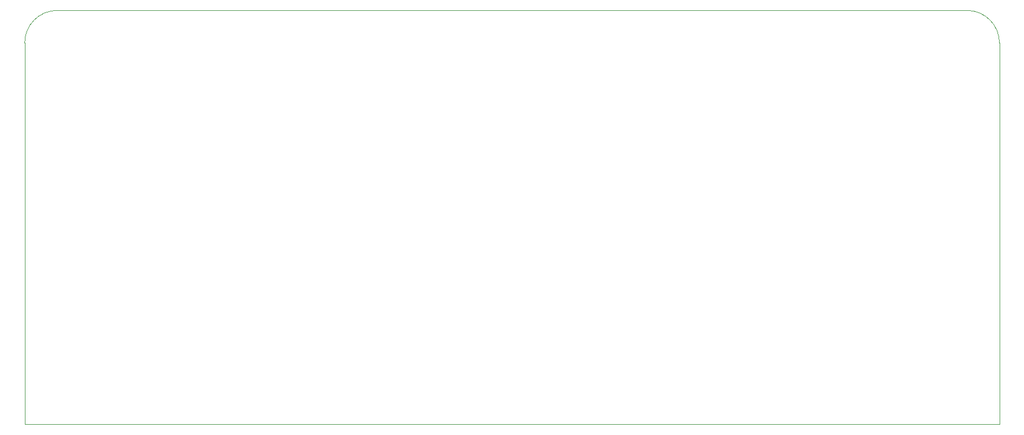
<source format=gm1>
G04 #@! TF.GenerationSoftware,KiCad,Pcbnew,(6.0.7-1)-1*
G04 #@! TF.CreationDate,2022-08-14T21:18:01+02:00*
G04 #@! TF.ProjectId,breakout,62726561-6b6f-4757-942e-6b696361645f,A.26*
G04 #@! TF.SameCoordinates,Original*
G04 #@! TF.FileFunction,Profile,NP*
%FSLAX46Y46*%
G04 Gerber Fmt 4.6, Leading zero omitted, Abs format (unit mm)*
G04 Created by KiCad (PCBNEW (6.0.7-1)-1) date 2022-08-14 21:18:01*
%MOMM*%
%LPD*%
G01*
G04 APERTURE LIST*
G04 #@! TA.AperFunction,Profile*
%ADD10C,0.100000*%
G04 #@! TD*
G04 #@! TA.AperFunction,Profile*
%ADD11C,0.050000*%
G04 #@! TD*
G04 APERTURE END LIST*
D10*
X30480000Y-66040000D02*
X172720000Y-66040000D01*
X25400000Y-130810000D02*
X25400000Y-71120000D01*
X177800000Y-71120000D02*
X177800000Y-130810000D01*
D11*
X30480000Y-66040000D02*
G75*
G03*
X25400000Y-71120000I0J-5080000D01*
G01*
X177800000Y-71120000D02*
G75*
G03*
X172720000Y-66040000I-5080000J0D01*
G01*
D10*
X177800000Y-130810000D02*
X25400000Y-130810000D01*
M02*

</source>
